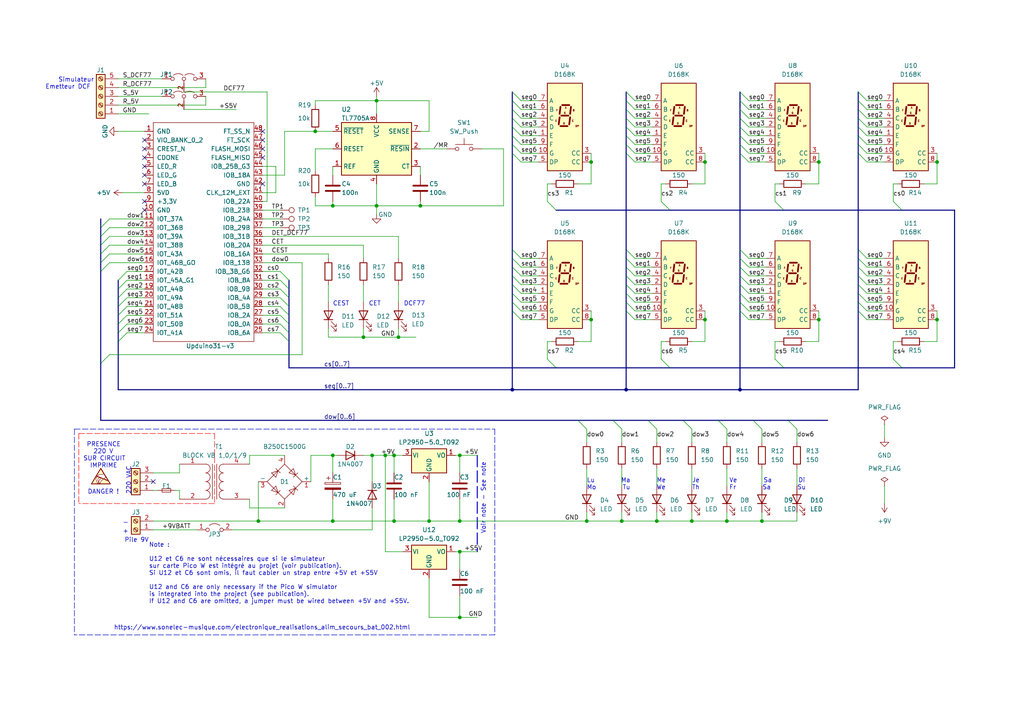
<source format=kicad_sch>
(kicad_sch (version 20211123) (generator eeschema)
  (paper "A4")
  (title_block (title "Ouah ! (Oh ! Une Autre Horloge)") (date "2023-09-19") (rev "4") (company "Jacques Ehrlich") (comment 1 "En cas de choc électrique, le concepteur dégage toute responsabilité") (comment 2 "ATTENTION DANGER PRESENCE DE 220 V SUR LA CARTE.") (comment 3 "Le signal DCF77 provient d'une antenne et d'un démodulateur externes") (comment 4 "Décodeur et afficheur signaux DCF77 sur FPGA Lattice") (comment 5 "Carte expérimentale impropre à la commercialisation"))
  (junction (at 96.52 59.69))
  (junction (at 96.52 151.13))
  (junction (at 133.35 160.02))
  (junction (at 109.22 59.69))
  (junction (at 148.59 113.03))
  (junction (at 171.45 46.99))
  (junction (at 124.46 151.13))
  (junction (at 210.82 151.13))
  (junction (at 114.3 132.08))
  (junction (at 271.78 92.71))
  (junction (at 170.18 151.13))
  (junction (at 220.98 151.13))
  (junction (at 105.41 97.79))
  (junction (at 181.61 113.03))
  (junction (at 171.45 92.71))
  (junction (at 133.35 151.13))
  (junction (at 204.47 46.99))
  (junction (at 190.5 151.13))
  (junction (at 96.52 132.08))
  (junction (at 133.35 132.08))
  (junction (at 115.57 97.79))
  (junction (at 91.44 38.1))
  (junction (at 237.49 92.71))
  (junction (at 200.66 151.13))
  (junction (at 121.92 59.69))
  (junction (at 114.3 151.13))
  (junction (at 111.76 132.08))
  (junction (at 180.34 151.13))
  (junction (at 214.63 113.03))
  (junction (at 109.22 29.21))
  (junction (at 271.78 46.99))
  (junction (at 204.47 92.71))
  (junction (at 74.93 151.13))
  (junction (at 133.35 179.07))
  (junction (at 107.95 132.08))
  (junction (at 237.49 46.99))
  (no_connect (at 41.91 60.96))
  (no_connect (at 41.91 40.64))
  (no_connect (at 41.91 43.18))
  (no_connect (at 41.91 45.72))
  (no_connect (at 41.91 48.26))
  (no_connect (at 41.91 50.8))
  (no_connect (at 41.91 53.34))
  (no_connect (at 44.45 139.7))
  (no_connect (at 76.2 38.1))
  (no_connect (at 76.2 40.64))
  (no_connect (at 76.2 43.18))
  (no_connect (at 76.2 45.72))
  (no_connect (at 41.91 58.42))
  (no_connect (at 76.2 53.34))
  (bus_entry (at 81.28 78.74) (size 2.54 2.54))
  (bus_entry (at 29.21 68.58) (size 2.54 -2.54))
  (bus_entry (at 224.79 58.42) (size 2.54 2.54))
  (bus_entry (at 248.92 31.75) (size 2.54 2.54))
  (bus_entry (at 248.92 85.09) (size 2.54 2.54))
  (bus_entry (at 181.61 74.93) (size 2.54 2.54))
  (bus_entry (at 248.92 36.83) (size 2.54 2.54))
  (bus_entry (at 158.75 104.14) (size 2.54 2.54))
  (bus_entry (at 214.63 74.93) (size 2.54 2.54))
  (bus_entry (at 181.61 82.55) (size 2.54 2.54))
  (bus_entry (at 214.63 34.29) (size 2.54 2.54))
  (bus_entry (at 248.92 77.47) (size 2.54 2.54))
  (bus_entry (at 214.63 90.17) (size 2.54 2.54))
  (bus_entry (at 248.92 39.37) (size 2.54 2.54))
  (bus_entry (at 214.63 80.01) (size 2.54 2.54))
  (bus_entry (at 34.29 81.28) (size 2.54 -2.54))
  (bus_entry (at 81.28 96.52) (size 2.54 2.54))
  (bus_entry (at 214.63 26.67) (size 2.54 2.54))
  (bus_entry (at 181.61 26.67) (size 2.54 2.54))
  (bus_entry (at 248.92 44.45) (size 2.54 2.54))
  (bus_entry (at 34.29 86.36) (size 2.54 -2.54))
  (bus_entry (at 214.63 39.37) (size 2.54 2.54))
  (bus_entry (at 214.63 31.75) (size 2.54 2.54))
  (bus_entry (at 214.63 41.91) (size 2.54 2.54))
  (bus_entry (at 181.61 80.01) (size 2.54 2.54))
  (bus_entry (at 34.29 96.52) (size 2.54 -2.54))
  (bus_entry (at 81.28 93.98) (size 2.54 2.54))
  (bus_entry (at 181.61 29.21) (size 2.54 2.54))
  (bus_entry (at 158.75 58.42) (size 2.54 2.54))
  (bus_entry (at 81.28 81.28) (size 2.54 2.54))
  (bus_entry (at 248.92 29.21) (size 2.54 2.54))
  (bus_entry (at 259.08 104.14) (size 2.54 2.54))
  (bus_entry (at 248.92 34.29) (size 2.54 2.54))
  (bus_entry (at 81.28 86.36) (size 2.54 2.54))
  (bus_entry (at 214.63 82.55) (size 2.54 2.54))
  (bus_entry (at 191.77 58.42) (size 2.54 2.54))
  (bus_entry (at 248.92 82.55) (size 2.54 2.54))
  (bus_entry (at 191.77 104.14) (size 2.54 2.54))
  (bus_entry (at 181.61 34.29) (size 2.54 2.54))
  (bus_entry (at 34.29 99.06) (size 2.54 -2.54))
  (bus_entry (at 248.92 74.93) (size 2.54 2.54))
  (bus_entry (at 34.29 91.44) (size 2.54 -2.54))
  (bus_entry (at 81.28 88.9) (size 2.54 2.54))
  (bus_entry (at 214.63 72.39) (size 2.54 2.54))
  (bus_entry (at 248.92 87.63) (size 2.54 2.54))
  (bus_entry (at 29.21 76.2) (size 2.54 -2.54))
  (bus_entry (at 224.79 104.14) (size 2.54 2.54))
  (bus_entry (at 214.63 77.47) (size 2.54 2.54))
  (bus_entry (at 181.61 85.09) (size 2.54 2.54))
  (bus_entry (at 34.29 93.98) (size 2.54 -2.54))
  (bus_entry (at 181.61 90.17) (size 2.54 2.54))
  (bus_entry (at 214.63 44.45) (size 2.54 2.54))
  (bus_entry (at 181.61 31.75) (size 2.54 2.54))
  (bus_entry (at 198.12 121.92) (size 2.54 2.54))
  (bus_entry (at 208.28 121.92) (size 2.54 2.54))
  (bus_entry (at 187.96 121.92) (size 2.54 2.54))
  (bus_entry (at 177.8 121.92) (size 2.54 2.54))
  (bus_entry (at 167.64 121.92) (size 2.54 2.54))
  (bus_entry (at 218.44 121.92) (size 2.54 2.54))
  (bus_entry (at 228.6 121.92) (size 2.54 2.54))
  (bus_entry (at 181.61 39.37) (size 2.54 2.54))
  (bus_entry (at 29.21 78.74) (size 2.54 -2.54))
  (bus_entry (at 214.63 87.63) (size 2.54 2.54))
  (bus_entry (at 181.61 36.83) (size 2.54 2.54))
  (bus_entry (at 248.92 26.67) (size 2.54 2.54))
  (bus_entry (at 34.29 88.9) (size 2.54 -2.54))
  (bus_entry (at 248.92 80.01) (size 2.54 2.54))
  (bus_entry (at 248.92 41.91) (size 2.54 2.54))
  (bus_entry (at 214.63 29.21) (size 2.54 2.54))
  (bus_entry (at 29.21 66.04) (size 2.54 -2.54))
  (bus_entry (at 248.92 90.17) (size 2.54 2.54))
  (bus_entry (at 181.61 41.91) (size 2.54 2.54))
  (bus_entry (at 181.61 44.45) (size 2.54 2.54))
  (bus_entry (at 181.61 72.39) (size 2.54 2.54))
  (bus_entry (at 181.61 87.63) (size 2.54 2.54))
  (bus_entry (at 214.63 36.83) (size 2.54 2.54))
  (bus_entry (at 29.21 71.12) (size 2.54 -2.54))
  (bus_entry (at 148.59 29.21) (size 2.54 2.54))
  (bus_entry (at 148.59 26.67) (size 2.54 2.54))
  (bus_entry (at 148.59 34.29) (size 2.54 2.54))
  (bus_entry (at 148.59 36.83) (size 2.54 2.54))
  (bus_entry (at 148.59 31.75) (size 2.54 2.54))
  (bus_entry (at 148.59 39.37) (size 2.54 2.54))
  (bus_entry (at 148.59 41.91) (size 2.54 2.54))
  (bus_entry (at 148.59 44.45) (size 2.54 2.54))
  (bus_entry (at 248.92 72.39) (size 2.54 2.54))
  (bus_entry (at 29.21 105.41) (size 2.54 -2.54))
  (bus_entry (at 259.08 58.42) (size 2.54 2.54))
  (bus_entry (at 148.59 72.39) (size 2.54 2.54))
  (bus_entry (at 148.59 74.93) (size 2.54 2.54))
  (bus_entry (at 148.59 77.47) (size 2.54 2.54))
  (bus_entry (at 148.59 80.01) (size 2.54 2.54))
  (bus_entry (at 148.59 90.17) (size 2.54 2.54))
  (bus_entry (at 148.59 87.63) (size 2.54 2.54))
  (bus_entry (at 148.59 85.09) (size 2.54 2.54))
  (bus_entry (at 148.59 82.55) (size 2.54 2.54))
  (bus_entry (at 81.28 91.44) (size 2.54 2.54))
  (bus_entry (at 34.29 83.82) (size 2.54 -2.54))
  (bus_entry (at 181.61 77.47) (size 2.54 2.54))
  (bus_entry (at 81.28 83.82) (size 2.54 2.54))
  (bus_entry (at 214.63 85.09) (size 2.54 2.54))
  (bus_entry (at 29.21 73.66) (size 2.54 -2.54))
  (wire (pts (xy 184.15 46.99) (xy 189.23 46.99)))
  (wire (pts (xy 95.25 73.66) (xy 95.25 74.93)))
  (wire (pts (xy 91.44 59.69) (xy 91.44 57.15)))
  (wire (pts (xy 151.13 92.71) (xy 156.21 92.71)))
  (bus (pts (xy 198.12 121.92) (xy 208.28 121.92)))
  (wire (pts (xy 124.46 179.07) (xy 133.35 179.07)))
  (bus (pts (xy 148.59 36.83) (xy 148.59 39.37)))
  (bus (pts (xy 248.92 74.93) (xy 248.92 77.47)))
  (bus (pts (xy 148.59 44.45) (xy 148.59 72.39)))
  (wire (pts (xy 158.75 53.34) (xy 158.75 58.42)))
  (bus (pts (xy 83.82 83.82) (xy 83.82 86.36)))
  (wire (pts (xy 76.2 48.26) (xy 80.01 48.26)))
  (wire (pts (xy 36.83 86.36) (xy 41.91 86.36)))
  (wire (pts (xy 151.13 36.83) (xy 156.21 36.83)))
  (bus (pts (xy 248.92 31.75) (xy 248.92 34.29)))
  (bus (pts (xy 181.61 90.17) (xy 181.61 113.03)))
  (bus (pts (xy 83.82 81.28) (xy 83.82 83.82)))
  (wire (pts (xy 115.57 68.58) (xy 115.57 74.93)))
  (wire (pts (xy 76.2 63.5) (xy 81.28 63.5)))
  (wire (pts (xy 204.47 44.45) (xy 204.47 46.99)))
  (wire (pts (xy 76.2 78.74) (xy 81.28 78.74)))
  (wire (pts (xy 74.93 139.7) (xy 74.93 151.13)))
  (wire (pts (xy 217.17 44.45) (xy 222.25 44.45)))
  (wire (pts (xy 105.41 71.12) (xy 105.41 74.93)))
  (wire (pts (xy 170.18 151.13) (xy 180.34 151.13)))
  (bus (pts (xy 83.82 93.98) (xy 83.82 96.52)))
  (wire (pts (xy 184.15 80.01) (xy 189.23 80.01)))
  (wire (pts (xy 184.15 36.83) (xy 189.23 36.83)))
  (bus (pts (xy 34.29 91.44) (xy 34.29 93.98)))
  (wire (pts (xy 151.13 74.93) (xy 156.21 74.93)))
  (wire (pts (xy 251.46 87.63) (xy 256.54 87.63)))
  (polyline (pts (xy 138.43 132.08) (xy 138.43 160.02)) (stroke (width 0.3)))
  (polyline (pts (xy 22.86 125.73) (xy 22.86 146.05)) (stroke (width 0) (color 255 0 0 1)))
  (wire (pts (xy 31.75 66.04) (xy 41.91 66.04)))
  (wire (pts (xy 259.08 53.34) (xy 259.08 58.42)))
  (bus (pts (xy 181.61 77.47) (xy 181.61 80.01)))
  (wire (pts (xy 224.79 53.34) (xy 226.06 53.34)))
  (bus (pts (xy 148.59 77.47) (xy 148.59 80.01)))
  (wire (pts (xy 191.77 99.06) (xy 193.04 99.06)))
  (wire (pts (xy 76.2 86.36) (xy 81.28 86.36)))
  (wire (pts (xy 91.44 30.48) (xy 91.44 29.21)))
  (bus (pts (xy 83.82 86.36) (xy 83.82 88.9)))
  (bus (pts (xy 214.63 44.45) (xy 214.63 72.39)))
  (wire (pts (xy 151.13 90.17) (xy 156.21 90.17)))
  (wire (pts (xy 76.2 76.2) (xy 87.63 76.2)))
  (bus (pts (xy 29.21 66.04) (xy 29.21 68.58)))
  (wire (pts (xy 271.78 90.17) (xy 271.78 92.71)))
  (wire (pts (xy 251.46 85.09) (xy 256.54 85.09)))
  (wire (pts (xy 31.75 73.66) (xy 41.91 73.66)))
  (wire (pts (xy 105.41 97.79) (xy 115.57 97.79)))
  (wire (pts (xy 34.29 27.94) (xy 46.99 27.94)))
  (wire (pts (xy 220.98 151.13) (xy 231.14 151.13)))
  (wire (pts (xy 231.14 124.46) (xy 231.14 128.27)))
  (bus (pts (xy 83.82 96.52) (xy 83.82 99.06)))
  (bus (pts (xy 148.59 87.63) (xy 148.59 90.17)))
  (wire (pts (xy 31.75 68.58) (xy 41.91 68.58)))
  (wire (pts (xy 256.54 140.97) (xy 256.54 146.05)))
  (wire (pts (xy 115.57 82.55) (xy 115.57 87.63)))
  (wire (pts (xy 53.34 31.75) (xy 68.58 31.75)))
  (bus (pts (xy 181.61 72.39) (xy 181.61 74.93)))
  (wire (pts (xy 184.15 77.47) (xy 189.23 77.47)))
  (wire (pts (xy 151.13 39.37) (xy 156.21 39.37)))
  (wire (pts (xy 44.45 142.24) (xy 45.72 142.24)))
  (wire (pts (xy 151.13 80.01) (xy 156.21 80.01)))
  (wire (pts (xy 171.45 53.34) (xy 171.45 46.99)))
  (wire (pts (xy 36.83 78.74) (xy 41.91 78.74)))
  (wire (pts (xy 35.56 55.88) (xy 41.91 55.88)))
  (wire (pts (xy 251.46 74.93) (xy 256.54 74.93)))
  (wire (pts (xy 217.17 46.99) (xy 222.25 46.99)))
  (wire (pts (xy 114.3 132.08) (xy 116.84 132.08)))
  (wire (pts (xy 251.46 77.47) (xy 256.54 77.47)))
  (wire (pts (xy 96.52 58.42) (xy 96.52 59.69)))
  (wire (pts (xy 184.15 29.21) (xy 189.23 29.21)))
  (wire (pts (xy 121.92 38.1) (xy 124.46 38.1)))
  (bus (pts (xy 194.31 106.68) (xy 227.33 106.68)))
  (wire (pts (xy 217.17 90.17) (xy 222.25 90.17)))
  (wire (pts (xy 217.17 80.01) (xy 222.25 80.01)))
  (wire (pts (xy 151.13 77.47) (xy 156.21 77.47)))
  (bus (pts (xy 181.61 44.45) (xy 181.61 72.39)))
  (wire (pts (xy 107.95 132.08) (xy 107.95 139.7)))
  (wire (pts (xy 251.46 29.21) (xy 256.54 29.21)))
  (wire (pts (xy 184.15 87.63) (xy 189.23 87.63)))
  (wire (pts (xy 217.17 85.09) (xy 222.25 85.09)))
  (wire (pts (xy 251.46 46.99) (xy 256.54 46.99)))
  (bus (pts (xy 29.21 73.66) (xy 29.21 76.2)))
  (wire (pts (xy 132.08 160.02) (xy 133.35 160.02)))
  (wire (pts (xy 259.08 99.06) (xy 260.35 99.06)))
  (wire (pts (xy 191.77 99.06) (xy 191.77 104.14)))
  (wire (pts (xy 146.05 59.69) (xy 121.92 59.69)))
  (bus (pts (xy 214.63 36.83) (xy 214.63 39.37)))
  (wire (pts (xy 237.49 99.06) (xy 237.49 92.71)))
  (wire (pts (xy 237.49 90.17) (xy 237.49 92.71)))
  (wire (pts (xy 251.46 80.01) (xy 256.54 80.01)))
  (wire (pts (xy 36.83 91.44) (xy 41.91 91.44)))
  (wire (pts (xy 80.01 55.88) (xy 80.01 48.26)))
  (wire (pts (xy 151.13 85.09) (xy 156.21 85.09)))
  (wire (pts (xy 114.3 151.13) (xy 124.46 151.13)))
  (wire (pts (xy 180.34 124.46) (xy 180.34 128.27)))
  (wire (pts (xy 224.79 99.06) (xy 226.06 99.06)))
  (wire (pts (xy 76.2 93.98) (xy 81.28 93.98)))
  (wire (pts (xy 34.29 22.86) (xy 46.99 22.86)))
  (wire (pts (xy 217.17 77.47) (xy 222.25 77.47)))
  (bus (pts (xy 83.82 106.68) (xy 161.29 106.68)))
  (wire (pts (xy 115.57 97.79) (xy 120.65 97.79)))
  (wire (pts (xy 200.66 124.46) (xy 200.66 128.27)))
  (bus (pts (xy 148.59 39.37) (xy 148.59 41.91)))
  (bus (pts (xy 248.92 39.37) (xy 248.92 41.91)))
  (wire (pts (xy 91.44 59.69) (xy 96.52 59.69)))
  (bus (pts (xy 181.61 85.09) (xy 181.61 87.63)))
  (wire (pts (xy 133.35 160.02) (xy 133.35 165.1)))
  (wire (pts (xy 115.57 95.25) (xy 115.57 97.79)))
  (wire (pts (xy 109.22 53.34) (xy 109.22 59.69)))
  (wire (pts (xy 121.92 48.26) (xy 121.92 50.8)))
  (wire (pts (xy 76.2 55.88) (xy 80.01 55.88)))
  (wire (pts (xy 204.47 99.06) (xy 204.47 92.71)))
  (wire (pts (xy 171.45 99.06) (xy 171.45 92.71)))
  (bus (pts (xy 214.63 74.93) (xy 214.63 77.47)))
  (wire (pts (xy 251.46 92.71) (xy 256.54 92.71)))
  (bus (pts (xy 29.21 71.12) (xy 29.21 73.66)))
  (bus (pts (xy 187.96 121.92) (xy 198.12 121.92)))
  (wire (pts (xy 34.29 25.4) (xy 59.69 25.4)))
  (wire (pts (xy 180.34 151.13) (xy 190.5 151.13)))
  (bus (pts (xy 29.21 105.41) (xy 29.21 121.92)))
  (wire (pts (xy 151.13 34.29) (xy 156.21 34.29)))
  (wire (pts (xy 151.13 82.55) (xy 156.21 82.55)))
  (wire (pts (xy 184.15 85.09) (xy 189.23 85.09)))
  (wire (pts (xy 76.2 81.28) (xy 81.28 81.28)))
  (wire (pts (xy 170.18 124.46) (xy 170.18 128.27)))
  (wire (pts (xy 158.75 99.06) (xy 158.75 104.14)))
  (wire (pts (xy 111.76 132.08) (xy 111.76 160.02)))
  (wire (pts (xy 233.68 99.06) (xy 237.49 99.06)))
  (wire (pts (xy 114.3 144.78) (xy 114.3 151.13)))
  (wire (pts (xy 224.79 53.34) (xy 224.79 58.42)))
  (wire (pts (xy 200.66 148.59) (xy 200.66 151.13)))
  (bus (pts (xy 248.92 36.83) (xy 248.92 39.37)))
  (wire (pts (xy 95.25 95.25) (xy 95.25 97.79)))
  (bus (pts (xy 181.61 26.67) (xy 181.61 29.21)))
  (wire (pts (xy 217.17 82.55) (xy 222.25 82.55)))
  (wire (pts (xy 91.44 43.18) (xy 96.52 43.18)))
  (wire (pts (xy 34.29 33.02) (xy 43.18 33.02)))
  (bus (pts (xy 227.33 60.96) (xy 261.62 60.96)))
  (bus (pts (xy 181.61 82.55) (xy 181.61 85.09)))
  (wire (pts (xy 109.22 59.69) (xy 109.22 62.23)))
  (wire (pts (xy 31.75 71.12) (xy 41.91 71.12)))
  (wire (pts (xy 204.47 90.17) (xy 204.47 92.71)))
  (bus (pts (xy 214.63 39.37) (xy 214.63 41.91)))
  (bus (pts (xy 228.6 121.92) (xy 240.03 121.92)))
  (bus (pts (xy 148.59 41.91) (xy 148.59 44.45)))
  (bus (pts (xy 214.63 113.03) (xy 248.92 113.03)))
  (wire (pts (xy 132.08 132.08) (xy 133.35 132.08)))
  (wire (pts (xy 96.52 38.1) (xy 91.44 38.1)))
  (wire (pts (xy 184.15 41.91) (xy 189.23 41.91)))
  (wire (pts (xy 76.2 71.12) (xy 105.41 71.12)))
  (bus (pts (xy 167.64 121.92) (xy 177.8 121.92)))
  (wire (pts (xy 271.78 53.34) (xy 271.78 46.99)))
  (wire (pts (xy 124.46 151.13) (xy 133.35 151.13)))
  (wire (pts (xy 96.52 144.78) (xy 96.52 151.13)))
  (wire (pts (xy 121.92 43.18) (xy 129.54 43.18)))
  (wire (pts (xy 259.08 99.06) (xy 259.08 104.14)))
  (wire (pts (xy 87.63 76.2) (xy 87.63 102.87)))
  (bus (pts (xy 248.92 29.21) (xy 248.92 31.75)))
  (wire (pts (xy 184.15 31.75) (xy 189.23 31.75)))
  (wire (pts (xy 217.17 36.83) (xy 222.25 36.83)))
  (wire (pts (xy 210.82 148.59) (xy 210.82 151.13)))
  (wire (pts (xy 31.75 102.87) (xy 87.63 102.87)))
  (polyline (pts (xy 143.51 124.46) (xy 143.51 184.15)))
  (bus (pts (xy 214.63 31.75) (xy 214.63 34.29)))
  (wire (pts (xy 151.13 87.63) (xy 156.21 87.63)))
  (bus (pts (xy 214.63 77.47) (xy 214.63 80.01)))
  (wire (pts (xy 111.76 132.08) (xy 114.3 132.08)))
  (wire (pts (xy 151.13 46.99) (xy 156.21 46.99)))
  (bus (pts (xy 148.59 90.17) (xy 148.59 113.03)))
  (wire (pts (xy 76.2 88.9) (xy 81.28 88.9)))
  (bus (pts (xy 34.29 81.28) (xy 34.29 83.82)))
  (bus (pts (xy 34.29 96.52) (xy 34.29 99.06)))
  (wire (pts (xy 251.46 34.29) (xy 256.54 34.29)))
  (wire (pts (xy 184.15 90.17) (xy 189.23 90.17)))
  (wire (pts (xy 44.45 153.67) (xy 57.15 153.67)))
  (wire (pts (xy 191.77 53.34) (xy 191.77 58.42)))
  (wire (pts (xy 133.35 160.02) (xy 138.43 160.02)))
  (wire (pts (xy 36.83 83.82) (xy 41.91 83.82)))
  (wire (pts (xy 233.68 53.34) (xy 237.49 53.34)))
  (bus (pts (xy 181.61 41.91) (xy 181.61 44.45)))
  (bus (pts (xy 34.29 86.36) (xy 34.29 88.9)))
  (bus (pts (xy 214.63 72.39) (xy 214.63 74.93)))
  (wire (pts (xy 200.66 99.06) (xy 204.47 99.06)))
  (wire (pts (xy 105.41 132.08) (xy 107.95 132.08)))
  (bus (pts (xy 29.21 78.74) (xy 29.21 105.41)))
  (wire (pts (xy 210.82 135.89) (xy 210.82 140.97)))
  (bus (pts (xy 34.29 113.03) (xy 148.59 113.03)))
  (wire (pts (xy 76.2 96.52) (xy 81.28 96.52)))
  (bus (pts (xy 248.92 72.39) (xy 248.92 74.93)))
  (wire (pts (xy 251.46 31.75) (xy 256.54 31.75)))
  (wire (pts (xy 114.3 132.08) (xy 114.3 137.16)))
  (bus (pts (xy 83.82 99.06) (xy 83.82 106.68)))
  (wire (pts (xy 210.82 124.46) (xy 210.82 128.27)))
  (wire (pts (xy 124.46 167.64) (xy 124.46 179.07)))
  (wire (pts (xy 184.15 34.29) (xy 189.23 34.29)))
  (bus (pts (xy 248.92 44.45) (xy 248.92 72.39)))
  (wire (pts (xy 217.17 74.93) (xy 222.25 74.93)))
  (wire (pts (xy 190.5 135.89) (xy 190.5 140.97)))
  (bus (pts (xy 148.59 72.39) (xy 148.59 74.93)))
  (wire (pts (xy 231.14 148.59) (xy 231.14 151.13)))
  (wire (pts (xy 151.13 41.91) (xy 156.21 41.91)))
  (polyline (pts (xy 22.86 125.73) (xy 62.23 125.73)) (stroke (width 0) (color 255 0 0 1)))
  (wire (pts (xy 180.34 148.59) (xy 180.34 151.13)))
  (wire (pts (xy 76.2 91.44) (xy 81.28 91.44)))
  (bus (pts (xy 148.59 29.21) (xy 148.59 31.75)))
  (wire (pts (xy 95.25 97.79) (xy 105.41 97.79)))
  (wire (pts (xy 76.2 73.66) (xy 95.25 73.66)))
  (bus (pts (xy 83.82 88.9) (xy 83.82 91.44)))
  (wire (pts (xy 76.2 83.82) (xy 81.28 83.82)))
  (wire (pts (xy 171.45 90.17) (xy 171.45 92.71)))
  (wire (pts (xy 109.22 29.21) (xy 124.46 29.21)))
  (wire (pts (xy 36.83 96.52) (xy 41.91 96.52)))
  (wire (pts (xy 107.95 147.32) (xy 107.95 153.67)))
  (bus (pts (xy 276.86 60.96) (xy 276.86 106.68)))
  (bus (pts (xy 181.61 36.83) (xy 181.61 39.37)))
  (bus (pts (xy 214.63 34.29) (xy 214.63 36.83)))
  (bus (pts (xy 83.82 91.44) (xy 83.82 93.98)))
  (wire (pts (xy 151.13 31.75) (xy 156.21 31.75)))
  (wire (pts (xy 217.17 39.37) (xy 222.25 39.37)))
  (wire (pts (xy 217.17 31.75) (xy 222.25 31.75)))
  (wire (pts (xy 76.2 66.04) (xy 81.28 66.04)))
  (bus (pts (xy 214.63 87.63) (xy 214.63 90.17)))
  (wire (pts (xy 44.45 137.16) (xy 52.07 137.16)))
  (wire (pts (xy 200.66 151.13) (xy 210.82 151.13)))
  (wire (pts (xy 82.55 38.1) (xy 82.55 50.8)))
  (bus (pts (xy 148.59 26.67) (xy 148.59 29.21)))
  (wire (pts (xy 251.46 36.83) (xy 256.54 36.83)))
  (wire (pts (xy 151.13 29.21) (xy 156.21 29.21)))
  (bus (pts (xy 218.44 121.92) (xy 228.6 121.92)))
  (wire (pts (xy 220.98 148.59) (xy 220.98 151.13)))
  (bus (pts (xy 194.31 60.96) (xy 227.33 60.96)))
  (bus (pts (xy 214.63 82.55) (xy 214.63 85.09)))
  (wire (pts (xy 271.78 44.45) (xy 271.78 46.99)))
  (wire (pts (xy 59.69 27.94) (xy 59.69 30.48)))
  (polyline (pts (xy 62.23 125.73) (xy 62.23 146.05)) (stroke (width 0) (color 255 0 0 1)))
  (bus (pts (xy 181.61 113.03) (xy 214.63 113.03)))
  (bus (pts (xy 248.92 80.01) (xy 248.92 82.55)))
  (wire (pts (xy 96.52 48.26) (xy 96.52 50.8)))
  (bus (pts (xy 34.29 93.98) (xy 34.29 96.52)))
  (wire (pts (xy 95.25 82.55) (xy 95.25 87.63)))
  (wire (pts (xy 224.79 99.06) (xy 224.79 104.14)))
  (wire (pts (xy 111.76 160.02) (xy 116.84 160.02)))
  (wire (pts (xy 107.95 132.08) (xy 111.76 132.08)))
  (bus (pts (xy 29.21 68.58) (xy 29.21 71.12)))
  (wire (pts (xy 167.64 53.34) (xy 171.45 53.34)))
  (wire (pts (xy 133.35 151.13) (xy 170.18 151.13)))
  (bus (pts (xy 148.59 80.01) (xy 148.59 82.55)))
  (wire (pts (xy 90.17 132.08) (xy 96.52 132.08)))
  (wire (pts (xy 109.22 29.21) (xy 109.22 33.02)))
  (wire (pts (xy 133.35 132.08) (xy 138.43 132.08)))
  (bus (pts (xy 181.61 31.75) (xy 181.61 34.29)))
  (bus (pts (xy 261.62 60.96) (xy 276.86 60.96)))
  (wire (pts (xy 251.46 90.17) (xy 256.54 90.17)))
  (wire (pts (xy 267.97 53.34) (xy 271.78 53.34)))
  (bus (pts (xy 181.61 80.01) (xy 181.61 82.55)))
  (wire (pts (xy 31.75 76.2) (xy 41.91 76.2)))
  (wire (pts (xy 105.41 97.79) (xy 105.41 95.25)))
  (bus (pts (xy 248.92 87.63) (xy 248.92 90.17)))
  (bus (pts (xy 29.21 76.2) (xy 29.21 78.74)))
  (wire (pts (xy 200.66 135.89) (xy 200.66 140.97)))
  (bus (pts (xy 181.61 113.03) (xy 148.59 113.03)))
  (wire (pts (xy 121.92 58.42) (xy 121.92 59.69)))
  (polyline (pts (xy 21.59 124.46) (xy 21.59 184.15)))
  (bus (pts (xy 248.92 77.47) (xy 248.92 80.01)))
  (bus (pts (xy 248.92 41.91) (xy 248.92 44.45)))
  (bus (pts (xy 261.62 106.68) (xy 276.86 106.68)))
  (bus (pts (xy 248.92 82.55) (xy 248.92 85.09)))
  (wire (pts (xy 34.29 30.48) (xy 59.69 30.48)))
  (polyline (pts (xy 62.23 146.05) (xy 22.86 146.05)) (stroke (width 0) (color 255 0 0 1)))
  (bus (pts (xy 227.33 106.68) (xy 261.62 106.68)))
  (wire (pts (xy 72.39 134.62) (xy 72.39 132.08)))
  (bus (pts (xy 208.28 121.92) (xy 218.44 121.92)))
  (bus (pts (xy 181.61 34.29) (xy 181.61 36.83)))
  (bus (pts (xy 34.29 83.82) (xy 34.29 86.36)))
  (wire (pts (xy 231.14 135.89) (xy 231.14 140.97)))
  (wire (pts (xy 124.46 38.1) (xy 124.46 29.21)))
  (wire (pts (xy 44.45 151.13) (xy 74.93 151.13)))
  (bus (pts (xy 148.59 85.09) (xy 148.59 87.63)))
  (wire (pts (xy 91.44 38.1) (xy 82.55 38.1)))
  (wire (pts (xy 190.5 151.13) (xy 200.66 151.13)))
  (wire (pts (xy 180.34 135.89) (xy 180.34 140.97)))
  (bus (pts (xy 29.21 63.5) (xy 29.21 66.04)))
  (wire (pts (xy 184.15 44.45) (xy 189.23 44.45)))
  (bus (pts (xy 214.63 80.01) (xy 214.63 82.55)))
  (wire (pts (xy 184.15 74.93) (xy 189.23 74.93)))
  (wire (pts (xy 251.46 39.37) (xy 256.54 39.37)))
  (bus (pts (xy 248.92 90.17) (xy 248.92 113.03)))
  (bus (pts (xy 34.29 88.9) (xy 34.29 91.44)))
  (wire (pts (xy 133.35 172.72) (xy 133.35 179.07)))
  (wire (pts (xy 31.75 63.5) (xy 41.91 63.5)))
  (bus (pts (xy 177.8 121.92) (xy 187.96 121.92)))
  (wire (pts (xy 184.15 92.71) (xy 189.23 92.71)))
  (bus (pts (xy 214.63 41.91) (xy 214.63 44.45)))
  (wire (pts (xy 217.17 29.21) (xy 222.25 29.21)))
  (wire (pts (xy 59.69 25.4) (xy 59.69 22.86)))
  (wire (pts (xy 121.92 59.69) (xy 109.22 59.69)))
  (wire (pts (xy 184.15 39.37) (xy 189.23 39.37)))
  (wire (pts (xy 36.83 93.98) (xy 41.91 93.98)))
  (bus (pts (xy 148.59 31.75) (xy 148.59 34.29)))
  (wire (pts (xy 76.2 50.8) (xy 82.55 50.8)))
  (polyline (pts (xy 21.59 124.46) (xy 143.51 124.46)))
  (wire (pts (xy 146.05 43.18) (xy 146.05 59.69)))
  (wire (pts (xy 251.46 82.55) (xy 256.54 82.55)))
  (wire (pts (xy 190.5 124.46) (xy 190.5 128.27)))
  (wire (pts (xy 77.47 26.67) (xy 77.47 58.42)))
  (wire (pts (xy 72.39 147.32) (xy 82.55 147.32)))
  (bus (pts (xy 214.63 85.09) (xy 214.63 87.63)))
  (polyline (pts (xy 143.51 184.15) (xy 21.59 184.15)))
  (wire (pts (xy 158.75 99.06) (xy 160.02 99.06)))
  (wire (pts (xy 217.17 87.63) (xy 222.25 87.63)))
  (wire (pts (xy 133.35 132.08) (xy 133.35 137.16)))
  (wire (pts (xy 200.66 53.34) (xy 204.47 53.34)))
  (wire (pts (xy 237.49 44.45) (xy 237.49 46.99)))
  (wire (pts (xy 105.41 82.55) (xy 105.41 87.63)))
  (wire (pts (xy 96.52 132.08) (xy 97.79 132.08)))
  (bus (pts (xy 148.59 82.55) (xy 148.59 85.09)))
  (wire (pts (xy 53.34 26.67) (xy 77.47 26.67)))
  (wire (pts (xy 90.17 139.7) (xy 90.17 132.08)))
  (wire (pts (xy 133.35 179.07) (xy 138.43 179.07)))
  (bus (pts (xy 248.92 26.67) (xy 248.92 29.21)))
  (bus (pts (xy 248.92 85.09) (xy 248.92 87.63)))
  (wire (pts (xy 96.52 59.69) (xy 109.22 59.69)))
  (wire (pts (xy 72.39 132.08) (xy 82.55 132.08)))
  (wire (pts (xy 91.44 29.21) (xy 109.22 29.21)))
  (wire (pts (xy 167.64 99.06) (xy 171.45 99.06)))
  (bus (pts (xy 214.63 29.21) (xy 214.63 31.75)))
  (bus (pts (xy 214.63 26.67) (xy 214.63 29.21)))
  (wire (pts (xy 34.29 38.1) (xy 41.91 38.1)))
  (wire (pts (xy 151.13 44.45) (xy 156.21 44.45)))
  (wire (pts (xy 36.83 88.9) (xy 41.91 88.9)))
  (wire (pts (xy 210.82 151.13) (xy 220.98 151.13)))
  (wire (pts (xy 76.2 58.42) (xy 77.47 58.42)))
  (bus (pts (xy 34.29 99.06) (xy 34.29 113.03)))
  (wire (pts (xy 237.49 53.34) (xy 237.49 46.99)))
  (bus (pts (xy 181.61 87.63) (xy 181.61 90.17)))
  (wire (pts (xy 109.22 27.94) (xy 109.22 29.21)))
  (wire (pts (xy 158.75 53.34) (xy 160.02 53.34)))
  (wire (pts (xy 267.97 99.06) (xy 271.78 99.06)))
  (bus (pts (xy 214.63 90.17) (xy 214.63 113.03)))
  (wire (pts (xy 50.8 142.24) (xy 52.07 142.24)))
  (wire (pts (xy 217.17 41.91) (xy 222.25 41.91)))
  (wire (pts (xy 36.83 81.28) (xy 41.91 81.28)))
  (wire (pts (xy 256.54 123.19) (xy 256.54 127)))
  (wire (pts (xy 259.08 53.34) (xy 260.35 53.34)))
  (bus (pts (xy 161.29 106.68) (xy 194.31 106.68)))
  (wire (pts (xy 251.46 41.91) (xy 256.54 41.91)))
  (bus (pts (xy 29.21 121.92) (xy 167.64 121.92)))
  (wire (pts (xy 271.78 99.06) (xy 271.78 92.71)))
  (wire (pts (xy 76.2 68.58) (xy 115.57 68.58)))
  (wire (pts (xy 52.07 134.62) (xy 52.07 137.16)))
  (wire (pts (xy 74.93 151.13) (xy 96.52 151.13)))
  (bus (pts (xy 248.92 34.29) (xy 248.92 36.83)))
  (wire (pts (xy 190.5 148.59) (xy 190.5 151.13)))
  (wire (pts (xy 217.17 34.29) (xy 222.25 34.29)))
  (wire (pts (xy 191.77 53.34) (xy 193.04 53.34)))
  (wire (pts (xy 124.46 139.7) (xy 124.46 151.13)))
  (wire (pts (xy 217.17 92.71) (xy 222.25 92.71)))
  (bus (pts (xy 148.59 34.29) (xy 148.59 36.83)))
  (wire (pts (xy 220.98 135.89) (xy 220.98 140.97)))
  (wire (pts (xy 67.31 153.67) (xy 107.95 153.67)))
  (wire (pts (xy 76.2 60.96) (xy 81.28 60.96)))
  (wire (pts (xy 171.45 44.45) (xy 171.45 46.99)))
  (wire (pts (xy 96.52 132.08) (xy 96.52 137.16)))
  (bus (pts (xy 181.61 39.37) (xy 181.61 41.91)))
  (bus (pts (xy 181.61 74.93) (xy 181.61 77.47)))
  (wire (pts (xy 52.07 142.24) (xy 52.07 144.78)))
  (wire (pts (xy 251.46 44.45) (xy 256.54 44.45)))
  (wire (pts (xy 170.18 148.59) (xy 170.18 151.13)))
  (wire (pts (xy 220.98 124.46) (xy 220.98 128.27)))
  (wire (pts (xy 133.35 144.78) (xy 133.35 151.13)))
  (wire (pts (xy 139.7 43.18) (xy 146.05 43.18)))
  (bus (pts (xy 161.29 60.96) (xy 194.31 60.96)))
  (wire (pts (xy 170.18 135.89) (xy 170.18 140.97)))
  (bus (pts (xy 148.59 74.93) (xy 148.59 77.47)))
  (wire (pts (xy 96.52 151.13) (xy 114.3 151.13)))
  (wire (pts (xy 204.47 53.34) (xy 204.47 46.99)))
  (bus (pts (xy 181.61 29.21) (xy 181.61 31.75)))
  (wire (pts (xy 72.39 144.78) (xy 72.39 147.32)))
  (wire (pts (xy 184.15 82.55) (xy 189.23 82.55)))
  (wire (pts (xy 91.44 43.18) (xy 91.44 49.53)))
  (text "Note :\n\nU12 et C6 ne sont nécessaires que si le simulateur\nsur carte Pico W est intégré au projet (voir publication).\nSi U12 et C6 sont omis, il faut cabler un strap entre +5V et +S5V\n\nU12 and C6 are only necessary if the Pico W simulator\nis integrated into the project (see publication).\nIf U12 and C6 are omitted, a jumper must be wired between +5V and +S5V." (at 43.18 175.26 0) (effects (font (size 1.27 1.27)) (justify left bottom)))
  (text "Voir note - See note" (at 140.97 154.94 90) (effects (font (size 1.27 1.27)) (justify left bottom)))
  (text "Simulateur\nEmetteur DCF " (at 27.305 26.035 180) (effects (font (size 1.27 1.27)) (justify right bottom)))
  (text "DANGER !" (at 25.4 143.51 0) (effects (font (size 1.27 1.27)) (justify left bottom)))
  (text " PRESENCE\n   220 V\nSUR CIRCUIT\n  IMPRIME" (at 24.13 135.89 0) (effects (font (size 1.27 1.27)) (justify left bottom)))
  (text "-" (at 35.56 152.4 0) (effects (font (size 1.27 1.27)) (justify left bottom)))
  (text "https://www.sonelec-musique.com/electronique_realisations_alim_secours_bat_002.html" (at 33.02 182.88 0) (effects (font (size 1.27 1.27)) (justify left bottom)))
  (text "Pile 9V" (at 43.18 157.48 180) (effects (font (size 1.27 1.27)) (justify right bottom)))
  (text "220 VAC" (at 38.1 143.51 90) (effects (font (size 1.27 1.27)) (justify left bottom)))
  (text "+" (at 35.56 154.94 0) (effects (font (size 1.27 1.27)) (justify left bottom)))
  (text "CEST      CET       DCF77" (at 96.52 88.9 0) (effects (font (size 1.27 1.27)) (justify left bottom)))
  (text "Lu        Ma        Me        Je         Ve        Sa        Di\nMo        Tu        We        Th         Fr        Sa        Su" (at 170.18 142.24 0) (effects (font (size 1.27 1.27)) (justify left bottom)))
  (label "seg2" (at 217.17 34.29 0))
  (label "seg0" (at 184.15 29.21 0))
  (label "GND" (at 135.89 179.07 0))
  (label "seg0" (at 251.46 29.21 0))
  (label "S_DCF77" (at 35.56 22.86 0))
  (label "dow[0..6]" (at 93.98 121.92 0))
  (label "cs1" (at 224.79 57.15 0))
  (label "GND" (at 110.49 97.79 0))
  (label "cs3" (at 158.75 57.15 0))
  (label "TP1" (at 78.74 60.96 0))
  (label "dow0" (at 78.74 76.2 0))
  (label "seg4" (at 217.17 39.37 0))
  (label "seg0" (at 36.83 78.74 0))
  (label "dow1" (at 36.83 63.5 0))
  (label "cs2" (at 191.77 57.15 0))
  (label "seg5" (at 151.13 41.91 0))
  (label "seg2" (at 217.17 80.01 0))
  (label "seg5" (at 151.13 87.63 0))
  (label "dow3" (at 36.83 68.58 0))
  (label "CEST" (at 78.74 73.66 0))
  (label "seg2" (at 251.46 80.01 0))
  (label "seg0" (at 151.13 74.93 0))
  (label "seg4" (at 151.13 39.37 0))
  (label "cs5" (at 77.47 91.44 0))
  (label "cs7" (at 77.47 96.52 0))
  (label "seg3" (at 184.15 82.55 0))
  (label "seg1" (at 184.15 31.75 0))
  (label "seg6" (at 251.46 90.17 0))
  (label "seg0" (at 251.46 74.93 0))
  (label "seg[0..7]" (at 93.98 113.03 0))
  (label "seg2" (at 184.15 34.29 0))
  (label "seg5" (at 251.46 87.63 0))
  (label "seg7" (at 184.15 46.99 0))
  (label "seg4" (at 251.46 39.37 0))
  (label "seg2" (at 151.13 80.01 0))
  (label "seg0" (at 217.17 74.93 0))
  (label "dow6" (at 231.14 127 0))
  (label "R_5V" (at 35.56 30.48 0))
  (label "seg3" (at 151.13 82.55 0))
  (label "dow1" (at 180.34 127 0))
  (label "cs3" (at 77.47 86.36 0))
  (label "seg6" (at 251.46 44.45 0))
  (label "seg0" (at 217.17 29.21 0))
  (label "dow0" (at 170.18 127 0))
  (label "dow4" (at 210.82 127 0))
  (label "dow4" (at 36.83 71.12 0))
  (label "cs[0..7]" (at 93.98 106.68 0))
  (label "DET_DCF77" (at 78.74 68.58 0))
  (label "+9V" (at 110.49 132.08 0))
  (label "dow2" (at 190.5 127 0))
  (label "cs0" (at 77.47 78.74 0))
  (label "cs2" (at 77.47 83.82 0))
  (label "TP2" (at 78.74 63.5 0))
  (label "seg5" (at 217.17 87.63 0))
  (label "cs1" (at 77.47 81.28 0))
  (label "seg6" (at 184.15 90.17 0))
  (label "seg5" (at 251.46 41.91 0))
  (label "seg1" (at 151.13 77.47 0))
  (label "{slash}MR" (at 125.73 43.18 0))
  (label "cs4" (at 77.47 88.9 0))
  (label "+S5V" (at 134.62 160.02 0))
  (label "S_5V" (at 35.56 27.94 0))
  (label "seg6" (at 151.13 90.17 0))
  (label "seg1" (at 151.13 31.75 0))
  (label "cs7" (at 158.75 102.87 0))
  (label "seg7" (at 151.13 46.99 0))
  (label "seg3" (at 217.17 36.83 0))
  (label "seg1" (at 184.15 77.47 0))
  (label "seg3" (at 36.83 86.36 0))
  (label "R_DCF77" (at 35.56 25.4 0))
  (label "seg4" (at 184.15 39.37 0))
  (label "+5V" (at 134.62 132.08 0))
  (label "seg2" (at 184.15 80.01 0))
  (label "seg4" (at 36.83 88.9 0))
  (label "seg4" (at 251.46 85.09 0))
  (label "seg3" (at 251.46 82.55 0))
  (label "dow6" (at 36.83 76.2 0))
  (label "seg3" (at 251.46 36.83 0))
  (label "seg1" (at 217.17 31.75 0))
  (label "seg0" (at 184.15 74.93 0))
  (label "seg5" (at 184.15 41.91 0))
  (label "seg1" (at 217.17 77.47 0))
  (label "seg4" (at 151.13 85.09 0))
  (label "seg7" (at 36.83 96.52 0))
  (label "GND" (at 163.83 151.13 0))
  (label "seg7" (at 251.46 92.71 0))
  (label "seg2" (at 36.83 83.82 0))
  (label "seg7" (at 217.17 92.71 0))
  (label "seg4" (at 217.17 85.09 0))
  (label "cs6" (at 191.77 102.87 0))
  (label "+S5V" (at 63.5 31.75 0))
  (label "seg5" (at 217.17 41.91 0))
  (label "seg1" (at 251.46 31.75 0))
  (label "DCF77" (at 64.77 26.67 0))
  (label "seg6" (at 184.15 44.45 0))
  (label "cs6" (at 77.47 93.98 0))
  (label "seg2" (at 151.13 34.29 0))
  (label "seg7" (at 217.17 46.99 0))
  (label "dow2" (at 36.83 66.04 0))
  (label "seg6" (at 217.17 90.17 0))
  (label "+9VBATT" (at 46.99 153.67 0))
  (label "cs0" (at 259.08 57.15 0))
  (label "seg2" (at 251.46 34.29 0))
  (label "seg6" (at 151.13 44.45 0))
  (label "dow5" (at 220.98 127 0))
  (label "seg3" (at 184.15 36.83 0))
  (label "CET" (at 78.74 71.12 0))
  (label "seg6" (at 36.83 93.98 0))
  (label "seg7" (at 151.13 92.71 0))
  (label "seg6" (at 217.17 44.45 0))
  (label "seg7" (at 251.46 46.99 0))
  (label "seg1" (at 251.46 77.47 0))
  (label "cs5" (at 224.79 102.87 0))
  (label "cs4" (at 259.08 102.87 0))
  (label "seg5" (at 184.15 87.63 0))
  (label "seg1" (at 36.83 81.28 0))
  (label "GND" (at 35.56 33.02 0))
  (label "dow5" (at 36.83 73.66 0))
  (label "seg3" (at 151.13 36.83 0))
  (label "dow3" (at 200.66 127 0))
  (label "seg5" (at 36.83 91.44 0))
  (label "seg7" (at 184.15 92.71 0))
  (label "seg4" (at 184.15 85.09 0))
  (label "seg0" (at 151.13 29.21 0))
  (label "TP3" (at 78.74 66.04 0))
  (label "seg3" (at 217.17 82.55 0))
  (symbol (lib_id "Device:R") (at 91.44 53.34 0) (unit 1)
    (property "Reference" "R20" (at 86.36 49.53 0) (effects (justify left)))
    (property "Value" "10k" (at 86.36 53.34 0) (effects (justify left)))
    (property "Footprint" "Resistor_THT:R_Axial_DIN0207_L6.3mm_D2.5mm_P2.54mm_Vertical" (effects hide))
  )
  (symbol (lib_id "Device:Transformer_1P_1S") (at 62.23 139.7 0) (unit 1)
    (property "Reference" "T1" (at 63.5 129.54 0))
    (property "Value" "BLOCK VB 1,0/1/9" (at 62.2427 132.08 0))
    (property "Footprint" "Library:Transformer_CHK_EI30-2VA_1xSec_RevEHR" (effects hide))
  )
  (symbol (lib_id "Device:R") (at 105.41 78.74 0) (unit 1)
    (property "Reference" "R17" (at 107.95 77.4699 0) (effects (justify left)))
    (property "Value" "150" (at 107.95 80.0099 0) (effects (justify left)))
    (property "Footprint" "Resistor_THT:R_Axial_DIN0207_L6.3mm_D2.5mm_P2.54mm_Vertical" (effects hide))
  )
  (symbol (lib_id "power:+9V") (at 256.54 146.05 180) (unit 1)
    (property "Reference" "#PWR0105" (effects hide))
    (property "Value" "+9V" (at 256.54 151.13 0))
  )
  (symbol (lib_id "Device:C") (at 133.35 140.97 180) (unit 1)
    (property "Reference" "C3" (at 133.35 138.43 0) (effects (justify right)))
    (property "Value" "100 nF" (at 129.54 143.51 0) (effects (justify right)))
    (property "Footprint" "Capacitor_THT:C_Rect_L7.2mm_W2.5mm_P5.00mm_FKS2_FKP2_MKS2_MKP2" (effects hide))
  )
  (symbol (lib_id "Connector:TestPoint") (at 81.28 66.04 270) (unit 1)
    (property "Reference" "TP3" (at 86.36 66.0399 90) (effects (justify left)))
    (property "Value" "TestPoint" (effects hide))
    (property "Footprint" "TestPoint:TestPoint_THTPad_3.0x3.0mm_Drill1.5mm" (effects hide))
  )
  (symbol (lib_id "Jumper:Jumper_2_Open") (at 62.23 153.67 0) (unit 1)
    (property "Reference" "JP3" (at 62.23 154.94 0))
    (property "Value" "Jumper_2_Open" (effects hide))
    (property "Footprint" "Connector_PinHeader_2.54mm:PinHeader_1x02_P2.54mm_Vertical" (effects hide))
  )
  (symbol (lib_id "Power_Supervisor:TL7705A") (at 109.22 43.18 0) (mirror y) (unit 1)
    (property "Reference" "U2" (at 99.06 31.75 0) (effects (justify right)))
    (property "Value" "TL7705A" (at 99.06 34.29 0) (effects (justify right)))
    (property "Footprint" "Package_DIP:DIP-8_W7.62mm_Socket_LongPads" (effects hide))
    (property "Datasheet" "http://www.ti.com.cn/cn/lit/ds/symlink/tl7705a.pdf" (effects hide))
  )
  (symbol (lib_id "Connector:TestPoint") (at 81.28 60.96 270) (unit 1)
    (property "Reference" "TP1" (at 86.36 60.96 90) (effects (justify left)))
    (property "Value" "TestPoint" (effects hide))
    (property "Footprint" "TestPoint:TestPoint_THTPad_3.0x3.0mm_Drill1.5mm" (effects hide))
  )
  (symbol (lib_id "Regulator_Linear:LP2950-5.0_TO92") (at 124.46 160.02 0) (unit 1)
    (property "Reference" "U12" (at 124.46 153.67 0))
    (property "Value" "LP2950-5.0_TO92" (at 124.46 156.21 0))
    (property "Footprint" "Package_TO_SOT_THT:TO-92_Inline_Wide" (effects hide))
    (property "Datasheet" "http://www.ti.com/lit/ds/symlink/lp2951.pdf" (effects hide))
  )
  (symbol (lib_id "Display_Character:D168K") (at 196.85 82.55 0) (unit 1)
    (property "Reference" "U7" (at 196.85 64.77 0))
    (property "Value" "D168K" (at 196.85 67.31 0))
    (property "Footprint" "Library:D1X8K_RevEHR" (effects hide))
    (property "Datasheet" "https://ia800903.us.archive.org/24/items/CTKD1x8K/Cromatek%20D168K.pdf" (effects hide))
  )
  (symbol (lib_id "Jumper:Jumper_3_Open") (at 53.34 22.86 0) (unit 1)
    (property "Reference" "JP1" (at 48.26 21.59 0))
    (property "Value" "Jumper_3_Open" (effects hide))
    (property "Footprint" "Connector_PinHeader_2.54mm:PinHeader_1x03_P2.54mm_Vertical" (effects hide))
  )
  (symbol (lib_id "Device:C") (at 133.35 168.91 180) (unit 1)
    (property "Reference" "C6" (at 133.35 166.37 0) (effects (justify right)))
    (property "Value" "100 nF" (at 133.35 171.45 0) (effects (justify right)))
    (property "Footprint" "Capacitor_THT:C_Rect_L7.2mm_W2.5mm_P5.00mm_FKS2_FKP2_MKS2_MKP2" (effects hide))
  )
  (symbol (lib_id "Device:LED") (at 200.66 144.78 90) (unit 1)
    (property "Reference" "D7" (at 204.47 145.0974 90) (effects (justify right)))
    (property "Value" "LED" (at 204.47 147.6374 90) (effects (justify right)))
    (property "Footprint" "LED_THT:LED_D5.0mm" (effects hide))
  )
  (symbol (lib_id "power:PWR_FLAG") (at 256.54 123.19 0) (unit 1)
    (property "Reference" "#FLG0101" (effects hide))
    (property "Value" "PWR_FLAG" (at 256.54 118.11 0))
  )
  (symbol (lib_id "power:PWR_FLAG") (at 256.54 140.97 0) (unit 1)
    (property "Reference" "#FLG0103" (effects hide))
    (property "Value" "PWR_FLAG" (at 256.54 135.89 0))
  )
  (symbol (lib_id "Device:R") (at 231.14 132.08 0) (unit 1)
    (property "Reference" "R13" (at 233.68 130.8099 0) (effects (justify left)))
    (property "Value" "150" (at 233.68 133.3499 0) (effects (justify left)))
    (property "Footprint" "Resistor_THT:R_Axial_DIN0207_L6.3mm_D2.5mm_P2.54mm_Vertical" (effects hide))
  )
  (symbol (lib_id "Jumper:Jumper_3_Open") (at 53.34 27.94 0) (unit 1)
    (property "Reference" "JP2" (at 48.26 26.67 0))
    (property "Value" "Jumper_3_Open" (effects hide))
    (property "Footprint" "Connector_PinHeader_2.54mm:PinHeader_1x03_P2.54mm_Vertical" (effects hide))
  )
  (symbol (lib_id "Display_Character:D168K") (at 163.83 82.55 0) (unit 1)
    (property "Reference" "U5" (at 163.83 64.77 0))
    (property "Value" "D168K" (at 163.83 67.31 0))
    (property "Footprint" "Library:D1X8K_RevEHR" (effects hide))
    (property "Datasheet" "https://ia800903.us.archive.org/24/items/CTKD1x8K/Cromatek%20D168K.pdf" (effects hide))
  )
  (symbol (lib_id "Device:Fuse_Small") (at 48.26 142.24 0) (unit 1)
    (property "Reference" "F1" (at 48.26 140.97 0))
    (property "Value" "Fuse_Small" (effects hide))
    (property "Footprint" "Fuse:Fuseholder_TR5_Littelfuse_No560_No460" (effects hide))
  )
  (symbol (lib_id "Device:LED") (at 115.57 91.44 90) (unit 1)
    (property "Reference" "D13" (at 119.38 91.44 90) (effects (justify right)))
    (property "Value" "LED" (at 119.38 93.98 90) (effects (justify right)))
    (property "Footprint" "LED_THT:LED_D5.0mm" (effects hide))
  )
  (symbol (lib_id "Device:R") (at 91.44 34.29 0) (unit 1)
    (property "Reference" "R19" (at 86.36 30.48 0) (effects (justify left)))
    (property "Value" "10k" (at 86.36 34.29 0) (effects (justify left)))
    (property "Footprint" "Resistor_THT:R_Axial_DIN0207_L6.3mm_D2.5mm_P2.54mm_Vertical" (effects hide))
  )
  (symbol (lib_id "Graphic:SYM_ESD_Small") (at 29.21 138.43 0) (unit 1)
    (property "Reference" "#SYM1" (effects hide))
    (property "Value" "SYM_ESD_Small" (effects hide))
  )
  (symbol (lib_id "Connector:Screw_Terminal_01x05") (at 29.21 27.94 180) (unit 1)
    (property "Reference" "J1" (at 29.21 20.32 0))
    (property "Value" "Screw_Terminal_01x05" (effects hide))
    (property "Footprint" "TerminalBlock:TerminalBlock_bornier-5_P5.08mm" (effects hide))
  )
  (symbol (lib_id "Device:R") (at 264.16 53.34 90) (unit 1)
    (property "Reference" "R14" (at 265.43 55.88 90))
    (property "Value" "150" (at 264.16 50.8 90))
    (property "Footprint" "Resistor_THT:R_Axial_DIN0207_L6.3mm_D2.5mm_P7.62mm_Horizontal" (effects hide))
  )
  (symbol (lib_id "Device:R") (at 210.82 132.08 0) (unit 1)
    (property "Reference" "R11" (at 213.36 130.8099 0) (effects (justify left)))
    (property "Value" "150" (at 213.36 133.3499 0) (effects (justify left)))
    (property "Footprint" "Resistor_THT:R_Axial_DIN0207_L6.3mm_D2.5mm_P2.54mm_Vertical" (effects hide))
  )
  (symbol (lib_id "Device:R") (at 264.16 99.06 90) (unit 1)
    (property "Reference" "R15" (at 265.43 101.6 90))
    (property "Value" "150" (at 264.16 96.52 90))
    (property "Footprint" "Resistor_THT:R_Axial_DIN0207_L6.3mm_D2.5mm_P7.62mm_Horizontal" (effects hide))
  )
  (symbol (lib_id "Display_Character:D168K") (at 264.16 36.83 0) (unit 1)
    (property "Reference" "U10" (at 264.16 19.05 0))
    (property "Value" "D168K" (at 264.16 21.59 0))
    (property "Footprint" "Library:D1X8K_RevEHR" (effects hide))
    (property "Datasheet" "https://ia800903.us.archive.org/24/items/CTKD1x8K/Cromatek%20D168K.pdf" (effects hide))
  )
  (symbol (lib_id "Device:R") (at 95.25 78.74 0) (unit 1)
    (property "Reference" "R16" (at 97.79 77.4699 0) (effects (justify left)))
    (property "Value" "150" (at 97.79 80.0099 0) (effects (justify left)))
    (property "Footprint" "Resistor_THT:R_Axial_DIN0207_L6.3mm_D2.5mm_P2.54mm_Vertical" (effects hide))
  )
  (symbol (lib_id "Device:LED") (at 231.14 144.78 90) (unit 1)
    (property "Reference" "D10" (at 234.95 145.0974 90) (effects (justify right)))
    (property "Value" "LED" (at 234.95 147.6374 90) (effects (justify right)))
    (property "Footprint" "LED_THT:LED_D5.0mm" (effects hide))
  )
  (symbol (lib_id "Device:R") (at 190.5 132.08 0) (unit 1)
    (property "Reference" "R7" (at 193.04 130.8099 0) (effects (justify left)))
    (property "Value" "150" (at 193.04 133.3499 0) (effects (justify left)))
    (property "Footprint" "Resistor_THT:R_Axial_DIN0207_L6.3mm_D2.5mm_P2.54mm_Vertical" (effects hide))
  )
  (symbol (lib_id "Device:C") (at 121.92 54.61 0) (unit 1)
    (property "Reference" "C5" (at 124.46 53.34 0) (effects (justify left)))
    (property "Value" "100n" (at 124.46 55.88 0) (effects (justify left)))
    (property "Footprint" "Capacitor_THT:C_Rect_L7.2mm_W2.5mm_P5.00mm_FKS2_FKP2_MKS2_MKP2" (effects hide))
  )
  (symbol (lib_id "Switch:SW_Push") (at 134.62 43.18 0) (unit 1)
    (property "Reference" "SW1" (at 134.62 35.56 0))
    (property "Value" "SW_Push" (at 134.62 38.1 0))
    (property "Footprint" "Button_Switch_THT:SW_PUSH_6mm" (effects hide))
  )
  (symbol (lib_id "Device:LED") (at 95.25 91.44 90) (unit 1)
    (property "Reference" "D11" (at 99.06 91.7574 90) (effects (justify right)))
    (property "Value" "LED" (at 99.06 94.2974 90) (effects (justify right)))
    (property "Footprint" "LED_THT:LED_D5.0mm" (effects hide))
  )
  (symbol (lib_id "Device:R") (at 180.34 132.08 0) (unit 1)
    (property "Reference" "R6" (at 182.88 130.8099 0) (effects (justify left)))
    (property "Value" "150" (at 182.88 133.3499 0) (effects (justify left)))
    (property "Footprint" "Resistor_THT:R_Axial_DIN0207_L6.3mm_D2.5mm_P2.54mm_Vertical" (effects hide))
  )
  (symbol (lib_id "power:GND") (at 109.22 62.23 0) (unit 1)
    (property "Reference" "#PWR0102" (effects hide))
    (property "Value" "GND" (at 111.76 62.23 0))
  )
  (symbol (lib_id "Device:R") (at 115.57 78.74 0) (unit 1)
    (property "Reference" "R18" (at 119.38 77.47 0) (effects (justify left)))
    (property "Value" "150" (at 119.38 80.01 0) (effects (justify left)))
    (property "Footprint" "Resistor_THT:R_Axial_DIN0207_L6.3mm_D2.5mm_P2.54mm_Vertical" (effects hide))
  )
  (symbol (lib_id "Display_Character:D168K") (at 163.83 36.83 0) (unit 1)
    (property "Reference" "U4" (at 163.83 19.05 0))
    (property "Value" "D168K" (at 163.83 21.59 0))
    (property "Footprint" "Library:D1X8K_RevEHR" (effects hide))
    (property "Datasheet" "https://ia800903.us.archive.org/24/items/CTKD1x8K/Cromatek%20D168K.pdf" (effects hide))
  )
  (symbol (lib_id "Device:R") (at 196.85 53.34 90) (unit 1)
    (property "Reference" "R4" (at 198.12 55.88 90))
    (property "Value" "150" (at 196.85 50.8 90))
    (property "Footprint" "Resistor_THT:R_Axial_DIN0207_L6.3mm_D2.5mm_P7.62mm_Horizontal" (effects hide))
  )
  (symbol (lib_id "Diode:1N4007") (at 107.95 143.51 270) (unit 1)
    (property "Reference" "D3" (at 107.95 140.97 90) (effects (justify left)))
    (property "Value" "1N4007" (at 100.33 146.05 90) (effects (justify left)))
    (property "Footprint" "Diode_THT:D_DO-41_SOD81_P10.16mm_Horizontal" (effects hide))
    (property "Datasheet" "http://www.vishay.com/docs/88503/1n4001.pdf" (effects hide))
  )
  (symbol (lib_id "power:+5V") (at 109.22 27.94 0) (unit 1)
    (property "Reference" "#PWR0101" (effects hide))
    (property "Value" "+5V" (at 109.22 24.13 0))
  )
  (symbol (lib_id "power:GND") (at 256.54 127 0) (unit 1)
    (property "Reference" "#PWR0103" (effects hide))
    (property "Value" "GND" (at 256.54 132.08 0))
  )
  (symbol (lib_id "Display_Character:D168K") (at 229.87 82.55 0) (unit 1)
    (property "Reference" "U9" (at 229.87 64.77 0))
    (property "Value" "D168K" (at 229.87 67.31 0))
    (property "Footprint" "Library:D1X8K_RevEHR" (effects hide))
    (property "Datasheet" "https://ia800903.us.archive.org/24/items/CTKD1x8K/Cromatek%20D168K.pdf" (effects hide))
  )
  (symbol (lib_id "Device:C") (at 96.52 54.61 0) (unit 1)
    (property "Reference" "C4" (at 99.06 53.34 0) (effects (justify left)))
    (property "Value" "100n" (at 99.06 55.88 0) (effects (justify left)))
    (property "Footprint" "Capacitor_THT:C_Rect_L7.2mm_W2.5mm_P5.00mm_FKS2_FKP2_MKS2_MKP2" (effects hide))
  )
  (symbol (lib_id "power:+5V") (at 35.56 55.88 90) (unit 1)
    (property "Reference" "#PWR0107" (effects hide))
    (property "Value" "+5V" (at 27.94 55.88 90) (effects (justify right)))
  )
  (symbol (lib_id "Diode:1N4007") (at 101.6 132.08 180) (unit 1)
    (property "Reference" "D2" (at 101.6 129.54 0))
    (property "Value" "1N4007" (at 101.6 134.62 0))
    (property "Footprint" "Diode_THT:D_DO-41_SOD81_P10.16mm_Horizontal" (effects hide))
    (property "Datasheet" "http://www.vishay.com/docs/88503/1n4001.pdf" (effects hide))
  )
  (symbol (lib_id "Device:R") (at 196.85 99.06 270) (unit 1)
    (property "Reference" "R5" (at 198.12 101.6 90))
    (property "Value" "150" (at 196.85 96.52 90))
    (property "Footprint" "Resistor_THT:R_Axial_DIN0207_L6.3mm_D2.5mm_P7.62mm_Horizontal" (effects hide))
  )
  (symbol (lib_id "Device:R") (at 229.87 53.34 90) (unit 1)
    (property "Reference" "R9" (at 231.14 55.88 90))
    (property "Value" "150" (at 229.87 50.8 90))
    (property "Footprint" "Resistor_THT:R_Axial_DIN0207_L6.3mm_D2.5mm_P7.62mm_Horizontal" (effects hide))
  )
  (symbol (lib_id "Device:R") (at 163.83 99.06 90) (unit 1)
    (property "Reference" "R2" (at 165.1 101.6 90))
    (property "Value" "150" (at 163.83 96.52 90))
    (property "Footprint" "Resistor_THT:R_Axial_DIN0207_L6.3mm_D2.5mm_P7.62mm_Horizontal" (effects hide))
  )
  (symbol (lib_id "Device:LED") (at 180.34 144.78 90) (unit 1)
    (property "Reference" "D5" (at 184.15 145.0974 90) (effects (justify right)))
    (property "Value" "LED" (at 184.15 147.6374 90) (effects (justify right)))
    (property "Footprint" "LED_THT:LED_D5.0mm" (effects hide))
  )
  (symbol (lib_id "Device:LED") (at 210.82 144.78 90) (unit 1)
    (property "Reference" "D8" (at 214.63 145.0974 90) (effects (justify right)))
    (property "Value" "LED" (at 214.63 147.6374 90) (effects (justify right)))
    (property "Footprint" "LED_THT:LED_D5.0mm" (effects hide))
  )
  (symbol (lib_id "Regulator_Linear:LP2950-5.0_TO92") (at 124.46 132.08 0) (unit 1)
    (property "Reference" "U3" (at 124.46 125.73 0))
    (property "Value" "LP2950-5.0_TO92" (at 124.46 128.27 0))
    (property "Footprint" "Package_TO_SOT_THT:TO-92_Inline_Wide" (effects hide))
    (property "Datasheet" "http://www.ti.com/lit/ds/symlink/lp2951.pdf" (effects hide))
  )
  (symbol (lib_id "Device:C_Polarized") (at 96.52 140.97 0) (unit 1)
    (property "Reference" "C1" (at 96.52 138.43 0) (effects (justify left)))
    (property "Value" "470 uF" (at 96.52 143.51 0) (effects (justify left)))
    (property "Footprint" "Capacitor_THT:CP_Radial_D10.0mm_P5.00mm" (effects hide))
  )
  (symbol (lib_id "Connector:Screw_Terminal_01x02") (at 39.37 153.67 180) (unit 1)
    (property "Reference" "J3" (at 40.64 148.59 0) (effects (justify left)))
    (property "Value" "Screw_Terminal_01x02" (effects hide))
    (property "Footprint" "TerminalBlock:TerminalBlock_bornier-2_P5.08mm" (effects hide))
  )
  (symbol (lib_id "power:GND") (at 34.29 38.1 270) (unit 1)
    (property "Reference" "#PWR0106" (effects hide))
    (property "Value" "GND" (at 30.48 38.1 0))
  )
  (symbol (lib_id "Device:R") (at 170.18 132.08 0) (unit 1)
    (property "Reference" "R3" (at 172.72 130.8099 0) (effects (justify left)))
    (property "Value" "150" (at 172.72 133.3499 0) (effects (justify left)))
    (property "Footprint" "Resistor_THT:R_Axial_DIN0207_L6.3mm_D2.5mm_P2.54mm_Vertical" (effects hide))
  )
  (symbol (lib_id "Device:R") (at 229.87 99.06 90) (unit 1)
    (property "Reference" "R10" (at 231.14 101.6 90))
    (property "Value" "150" (at 229.87 96.52 90))
    (property "Footprint" "Resistor_THT:R_Axial_DIN0207_L6.3mm_D2.5mm_P7.62mm_Horizontal" (effects hide))
  )
  (symbol (lib_id "Device:LED") (at 105.41 91.44 90) (unit 1)
    (property "Reference" "D12" (at 109.22 91.7574 90) (effects (justify right)))
    (property "Value" "LED" (at 109.22 94.2974 90) (effects (justify right)))
    (property "Footprint" "LED_THT:LED_D5.0mm" (effects hide))
  )
  (symbol (lib_id "Device:R") (at 200.66 132.08 0) (unit 1)
    (property "Reference" "R8" (at 203.2 130.8099 0) (effects (justify left)))
    (property "Value" "150" (at 203.2 133.3499 0) (effects (justify left)))
    (property "Footprint" "Resistor_THT:R_Axial_DIN0207_L6.3mm_D2.5mm_P2.54mm_Vertical" (effects hide))
  )
  (symbol (lib_id "Connector:TestPoint") (at 81.28 63.5 270) (unit 1)
    (property "Reference" "TP2" (at 86.36 63.5 90) (effects (justify left)))
    (property "Value" "TestPoint" (effects hide))
    (property "Footprint" "TestPoint:TestPoint_THTPad_3.0x3.0mm_Drill1.5mm" (effects hide))
  )
  (symbol (lib_id "Display_Character:D168K") (at 264.16 82.55 0) (unit 1)
    (property "Reference" "U11" (at 264.16 64.77 0))
    (property "Value" "D168K" (at 264.16 67.31 0))
    (property "Footprint" "Library:D1X8K_RevEHR" (effects hide))
    (property "Datasheet" "https://ia800903.us.archive.org/24/items/CTKD1x8K/Cromatek%20D168K.pdf" (effects hide))
  )
  (symbol (lib_id "Device:LED") (at 190.5 144.78 90) (unit 1)
    (property "Reference" "D6" (at 194.31 145.0974 90) (effects (justify right)))
    (property "Value" "LED" (at 194.31 147.6374 90) (effects (justify right)))
    (property "Footprint" "LED_THT:LED_D5.0mm" (effects hide))
  )
  (symbol (lib_id "Device:C") (at 114.3 140.97 180) (unit 1)
    (property "Reference" "C2" (at 114.3 138.43 0) (effects (justify right)))
    (property "Value" "100 nF" (at 114.3 143.51 0) (effects (justify right)))
    (property "Footprint" "Capacitor_THT:C_Rect_L7.2mm_W2.5mm_P5.00mm_FKS2_FKP2_MKS2_MKP2" (effects hide))
  )
  (symbol (lib_id "Connector:Screw_Terminal_01x03") (at 39.37 139.7 180) (unit 1)
    (property "Reference" "J2" (at 39.37 134.62 0))
    (property "Value" "Screw_Terminal_01x03" (effects hide))
    (property "Footprint" "TerminalBlock:TerminalBlock_bornier-3_P5.08mm" (effects hide))
  )
  (symbol (lib_id "Display_Character:D168K") (at 196.85 36.83 0) (unit 1)
    (property "Reference" "U6" (at 196.85 19.05 0))
    (property "Value" "D168K" (at 196.85 21.59 0))
    (property "Footprint" "Library:D1X8K_RevEHR" (effects hide))
    (property "Datasheet" "https://ia800903.us.archive.org/24/items/CTKD1x8K/Cromatek%20D168K.pdf" (effects hide))
  )
  (symbol (lib_id "Diode_Bridge:B250C1500G") (at 82.55 139.7 0) (unit 1)
    (property "Reference" "D1" (at 82.55 139.7 0))
    (property "Value" "B250C1500G" (at 82.55 129.54 0))
    (property "Footprint" "Diode_THT:Diode_Bridge_Round_D9.8mm" (effects hide))
    (property "Datasheet" "https://www.vishay.com/docs/88501/b40c1500g.pdf" (effects hide))
  )
  (symbol (lib_id "Device:LED") (at 170.18 144.78 90) (unit 1)
    (property "Reference" "D4" (at 173.99 145.0974 90) (effects (justify right)))
    (property "Value" "LED" (at 173.99 147.6374 90) (effects (justify right)))
    (property "Footprint" "LED_THT:LED_D5.0mm" (effects hide))
  )
  (symbol (lib_id "Display_Character:D168K") (at 229.87 36.83 0) (unit 1)
    (property "Reference" "U8" (at 229.87 19.05 0))
    (property "Value" "D168K" (at 229.87 21.59 0))
    (property "Footprint" "Library:D1X8K_RevEHR" (effects hide))
    (property "Datasheet" "https://ia800903.us.archive.org/24/items/CTKD1x8K/Cromatek%20D168K.pdf" (effects hide))
  )
  (symbol (lib_id "Device:R") (at 220.98 132.08 0) (unit 1)
    (property "Reference" "R12" (at 223.52 130.8099 0) (effects (justify left)))
    (property "Value" "150" (at 223.52 133.3499 0) (effects (justify left)))
    (property "Footprint" "Resistor_THT:R_Axial_DIN0207_L6.3mm_D2.5mm_P2.54mm_Vertical" (effects hide))
  )
  (symbol (lib_id "Device:R") (at 163.83 53.34 90) (unit 1)
    (property "Reference" "R1" (at 165.1 55.88 90))
    (property "Value" "150" (at 163.83 50.8 90))
    (property "Footprint" "Resistor_THT:R_Axial_DIN0207_L6.3mm_D2.5mm_P7.62mm_Horizontal" (effects hide))
  )
  (symbol (lib_id "upduino31-v2:Upduino31-v2") (at 44.45 35.56 270) (unit 1)
    (property "Reference" "U1" (at -20.32 49.53 90))
    (property "Value" "Upduino31-v3" (at 60.96 100.33 90))
    (property "Footprint" "Library:DIP-48_W17.78mm_LongPads" (effects hide))
  )
  (symbol (lib_id "Device:LED") (at 220.98 144.78 90) (unit 1)
    (property "Reference" "D9" (at 227.33 145.0974 90) (effects (justify right)))
    (property "Value" "LED" (at 227.33 147.6374 90) (effects (justify right)))
    (property "Footprint" "LED_THT:LED_D5.0mm" (effects hide))
  )
)
</source>
